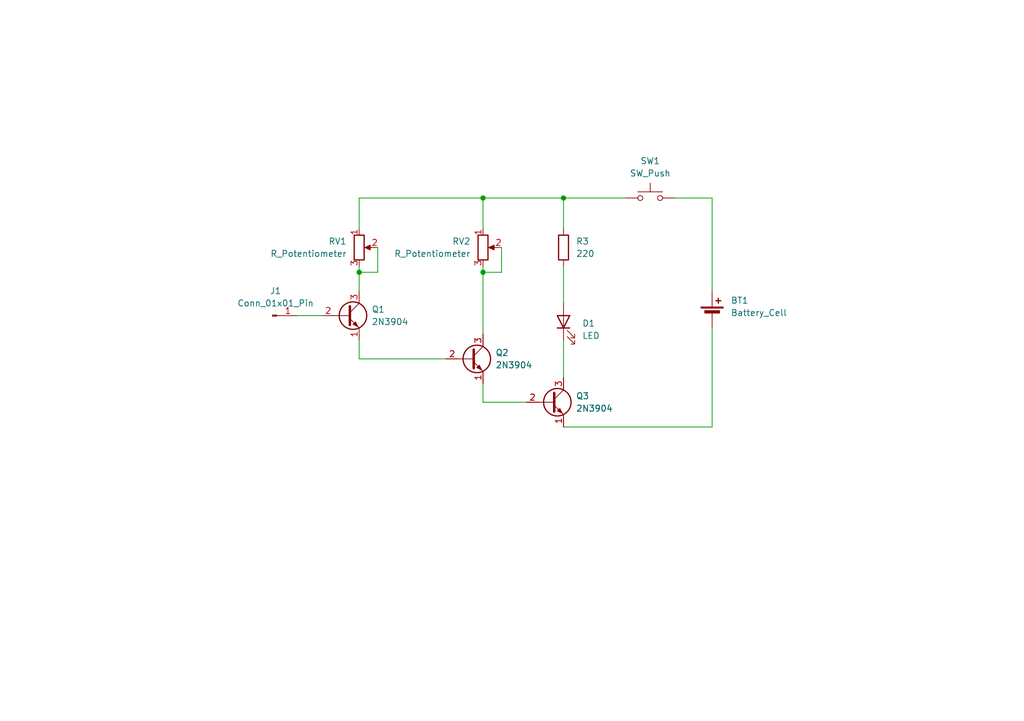
<source format=kicad_sch>
(kicad_sch (version 20250114) (generator "eeschema") (generator_version "9.0")
  (paper "A5")
  (lib_symbols
    (symbol "Connector:Conn_01x01_Pin" (pin_names (offset 1.016) (hide yes))
      (property "Reference" "J" (at 0 2.54 0))
      (property "Value" "Conn_01x01_Pin" (at 0 -2.54 0))
      (symbol "Conn_01x01_Pin_1_1"
        (rectangle (start 0.8636 0.127) (end 0 -0.127) (stroke (width 0.1524)) (fill (type outline)))
        (polyline (pts (xy 1.27 0) (xy 0.8636 0)) (stroke (width 0.1524)))
        (pin passive line (at 5.08 0 180) (length 3.81) (name "Pin_1") (number "1"))
      )
    )
    (symbol "Device:Battery_Cell" (pin_numbers (hide yes)) (pin_names (offset 0) (hide yes))
      (property "Reference" "BT" (at 2.54 2.54 0))
      (property "Value" "Battery_Cell" (at 2.54 0 0))
      (symbol "Battery_Cell_0_1"
        (rectangle (start -2.286 1.778) (end 2.286 1.524) (fill (type outline)))
        (rectangle (start -1.524 1.016) (end 1.524 0.508) (fill (type outline)))
        (polyline (pts (xy 0 1.778) (xy 0 2.54)))
        (polyline (pts (xy 0 0.762) (xy 0 0)))
        (polyline (pts (xy 0.762 3.048) (xy 1.778 3.048)) (stroke (width 0.254)))
        (polyline (pts (xy 1.27 3.556) (xy 1.27 2.54)) (stroke (width 0.254)))
      )
      (symbol "Battery_Cell_1_1"
        (pin passive line (at 0 5.08 270) (length 2.54) (name "+") (number "1"))
        (pin passive line (at 0 -2.54 90) (length 2.54) (name "-") (number "2"))
      )
    )
    (symbol "Device:LED" (pin_numbers (hide yes)) (pin_names (offset 1.016) (hide yes))
      (property "Reference" "D" (at 0 2.54 0))
      (property "Value" "LED" (at 0 -2.54 0))
      (symbol "LED_0_1"
        (polyline (pts (xy -3.048 -0.762) (xy -4.572 -2.286) (xy -3.81 -2.286) (xy -4.572 -2.286) (xy -4.572 -1.524)))
        (polyline (pts (xy -1.778 -0.762) (xy -3.302 -2.286) (xy -2.54 -2.286) (xy -3.302 -2.286) (xy -3.302 -1.524)))
        (polyline (pts (xy -1.27 0) (xy 1.27 0)))
        (polyline (pts (xy -1.27 -1.27) (xy -1.27 1.27)) (stroke (width 0.254)))
        (polyline (pts (xy 1.27 -1.27) (xy 1.27 1.27) (xy -1.27 0) (xy 1.27 -1.27)) (stroke (width 0.254)))
      )
      (symbol "LED_1_1"
        (pin passive line (at -3.81 0 0) (length 2.54) (name "K") (number "1"))
        (pin passive line (at 3.81 0 180) (length 2.54) (name "A") (number "2"))
      )
    )
    (symbol "Device:R" (pin_numbers (hide yes)) (pin_names (offset 0))
      (property "Reference" "R" (at 2.032 0 90))
      (property "Value" "R" (at 0 0 90))
      (symbol "R_0_1"
        (rectangle (start -1.016 -2.54) (end 1.016 2.54) (stroke (width 0.254)))
      )
      (symbol "R_1_1"
        (pin passive line (at 0 3.81 270) (length 1.27) (name "~") (number "1"))
        (pin passive line (at 0 -3.81 90) (length 1.27) (name "~") (number "2"))
      )
    )
    (symbol "Device:R_Potentiometer" (pin_names (offset 1.016) (hide yes))
      (property "Reference" "RV" (at -4.445 0 90))
      (property "Value" "R_Potentiometer" (at -2.54 0 90))
      (symbol "R_Potentiometer_0_1"
        (rectangle (start 1.016 2.54) (end -1.016 -2.54) (stroke (width 0.254)))
        (polyline (pts (xy 1.143 0) (xy 2.286 0.508) (xy 2.286 -0.508) (xy 1.143 0)) (fill (type outline)))
        (polyline (pts (xy 2.54 0) (xy 1.524 0)))
      )
      (symbol "R_Potentiometer_1_1"
        (pin passive line (at 0 3.81 270) (length 1.27) (name "1") (number "1"))
        (pin passive line (at 0 -3.81 90) (length 1.27) (name "3") (number "3"))
        (pin passive line (at 3.81 0 180) (length 1.27) (name "2") (number "2"))
      )
    )
    (symbol "Switch:SW_Push" (pin_numbers (hide yes)) (pin_names (offset 1.016) (hide yes))
      (property "Reference" "SW" (at 1.27 2.54 0))
      (property "Value" "SW_Push" (at 0 -1.524 0))
      (symbol "SW_Push_0_1"
        (circle (center -2.032 0) (radius 0.508))
        (polyline (pts (xy 0 1.27) (xy 0 3.048)))
        (circle (center 2.032 0) (radius 0.508))
        (polyline (pts (xy 2.54 1.27) (xy -2.54 1.27)))
        (pin passive line (at -5.08 0 0) (length 2.54) (name "1") (number "1"))
        (pin passive line (at 5.08 0 180) (length 2.54) (name "2") (number "2"))
      )
    )
    (symbol "Transistor_BJT:2N3904" (pin_names (offset 0) (hide yes))
      (property "Reference" "Q" (at 5.08 1.905 0))
      (property "Value" "2N3904" (at 5.08 0 0))
      (symbol "2N3904_0_1"
        (polyline (pts (xy -2.54 0) (xy 0.635 0)))
        (polyline (pts (xy 0.635 1.905) (xy 0.635 -1.905)) (stroke (width 0.508)))
        (circle (center 1.27 0) (radius 2.8194) (stroke (width 0.254)))
      )
      (symbol "2N3904_1_1"
        (polyline (pts (xy 0.635 0.635) (xy 2.54 2.54)))
        (polyline (pts (xy 0.635 -0.635) (xy 2.54 -2.54)))
        (polyline (pts (xy 1.27 -1.778) (xy 1.778 -1.27) (xy 2.286 -2.286) (xy 1.27 -1.778)) (fill (type outline)))
        (pin input line (at -5.08 0 0) (length 2.54) (name "B") (number "2"))
        (pin passive line (at 2.54 5.08 270) (length 2.54) (name "C") (number "3"))
        (pin passive line (at 2.54 -5.08 90) (length 2.54) (name "E") (number "1"))
      )
    )
  )
  (junction (at 115.57 40.64))
  (junction (at 99.06 40.64))
  (junction (at 73.66 55.88))
  (junction (at 99.06 55.88))
  (wire (pts (xy 60.96 64.77) (xy 66.04 64.77)))
  (wire (pts (xy 99.06 54.61) (xy 99.06 55.88)))
  (wire (pts (xy 115.57 40.64) (xy 99.06 40.64)))
  (wire (pts (xy 77.47 50.8) (xy 77.47 55.88)))
  (wire (pts (xy 146.05 67.31) (xy 146.05 87.63)))
  (wire (pts (xy 128.27 40.64) (xy 115.57 40.64)))
  (wire (pts (xy 73.66 55.88) (xy 77.47 55.88)))
  (wire (pts (xy 99.06 55.88) (xy 102.87 55.88)))
  (wire (pts (xy 99.06 40.64) (xy 99.06 46.99)))
  (wire (pts (xy 115.57 40.64) (xy 115.57 46.99)))
  (wire (pts (xy 73.66 40.64) (xy 73.66 46.99)))
  (wire (pts (xy 73.66 69.85) (xy 73.66 73.66)))
  (wire (pts (xy 99.06 78.74) (xy 99.06 82.55)))
  (wire (pts (xy 73.66 55.88) (xy 73.66 59.69)))
  (wire (pts (xy 146.05 59.69) (xy 146.05 40.64)))
  (wire (pts (xy 73.66 73.66) (xy 91.44 73.66)))
  (wire (pts (xy 146.05 87.63) (xy 115.57 87.63)))
  (wire (pts (xy 73.66 54.61) (xy 73.66 55.88)))
  (wire (pts (xy 146.05 40.64) (xy 138.43 40.64)))
  (wire (pts (xy 99.06 55.88) (xy 99.06 68.58)))
  (wire (pts (xy 115.57 69.85) (xy 115.57 77.47)))
  (wire (pts (xy 99.06 40.64) (xy 73.66 40.64)))
  (wire (pts (xy 99.06 82.55) (xy 107.95 82.55)))
  (wire (pts (xy 102.87 50.8) (xy 102.87 55.88)))
  (wire (pts (xy 115.57 54.61) (xy 115.57 62.23)))
  (symbol (lib_id "Transistor_BJT:2N3904") (at 113.03 82.55 0) (unit 1)
    (property "Reference" "Q3" (at 118.11 81.2799 0) (effects (justify left)))
    (property "Value" "2N3904" (at 118.11 83.8199 0) (effects (justify left)))
    (property "Footprint" "Package_TO_SOT_THT:TO-92_HandSolder" (effects (hide yes)))
    (property "Datasheet" "https://www.onsemi.com/pub/Collateral/2N3903-D.PDF" (effects (hide yes)))
    (property "Description" "0.2A Ic, 40V Vce, Small Signal NPN Transistor, TO-92" (effects (hide yes)))
  )
  (symbol (lib_id "Device:Battery_Cell") (at 146.05 64.77 0) (unit 1)
    (property "Reference" "BT1" (at 149.86 61.6584 0) (effects (justify left)))
    (property "Value" "Battery_Cell" (at 149.86 64.1984 0) (effects (justify left)))
    (property "Footprint" "Battery:BatteryHolder_Keystone_3034_1x20mm" (effects (hide yes)))
    (property "Description" "Single-cell battery" (effects (hide yes)))
  )
  (symbol (lib_id "Device:R") (at 115.57 50.8 0) (unit 1)
    (property "Reference" "R3" (at 118.11 49.5299 0) (effects (justify left)))
    (property "Value" "220" (at 118.11 52.0699 0) (effects (justify left)))
    (property "Footprint" "Resistor_THT:R_Axial_DIN0207_L6.3mm_D2.5mm_P7.62mm_Horizontal" (effects (hide yes)))
    (property "Description" "Resistor" (effects (hide yes)))
  )
  (symbol (lib_id "Connector:Conn_01x01_Pin") (at 55.88 64.77 0) (unit 1)
    (property "Reference" "J1" (at 56.515 59.69 0))
    (property "Value" "Conn_01x01_Pin" (at 56.515 62.23 0))
    (property "Footprint" "Connector_PinHeader_2.54mm:PinHeader_1x01_P2.54mm_Vertical" (effects (hide yes)))
    (property "Description" "Generic connector, single row, 01x01, script generated" (effects (hide yes)))
  )
  (symbol (lib_id "Device:R_Potentiometer") (at 73.66 50.8 0) (unit 1)
    (property "Reference" "RV1" (at 71.12 49.5299 0) (effects (justify right)))
    (property "Value" "R_Potentiometer" (at 71.12 52.0699 0) (effects (justify right)))
    (property "Footprint" "Potentiometer_THT:Potentiometer_Vishay_T73YP_Vertical" (effects (hide yes)))
    (property "Description" "Potentiometer" (effects (hide yes)))
  )
  (symbol (lib_id "Transistor_BJT:2N3904") (at 96.52 73.66 0) (unit 1)
    (property "Reference" "Q2" (at 101.6 72.3899 0) (effects (justify left)))
    (property "Value" "2N3904" (at 101.6 74.9299 0) (effects (justify left)))
    (property "Footprint" "Package_TO_SOT_THT:TO-92_HandSolder" (effects (hide yes)))
    (property "Datasheet" "https://www.onsemi.com/pub/Collateral/2N3903-D.PDF" (effects (hide yes)))
    (property "Description" "0.2A Ic, 40V Vce, Small Signal NPN Transistor, TO-92" (effects (hide yes)))
  )
  (symbol (lib_id "Device:R_Potentiometer") (at 99.06 50.8 0) (unit 1)
    (property "Reference" "RV2" (at 96.52 49.5299 0) (effects (justify right)))
    (property "Value" "R_Potentiometer" (at 96.52 52.0699 0) (effects (justify right)))
    (property "Footprint" "Potentiometer_THT:Potentiometer_Vishay_T73YP_Vertical" (effects (hide yes)))
    (property "Description" "Potentiometer" (effects (hide yes)))
  )
  (symbol (lib_id "Transistor_BJT:2N3904") (at 71.12 64.77 0) (unit 1)
    (property "Reference" "Q1" (at 76.2 63.4999 0) (effects (justify left)))
    (property "Value" "2N3904" (at 76.2 66.0399 0) (effects (justify left)))
    (property "Footprint" "Package_TO_SOT_THT:TO-92_HandSolder" (effects (hide yes)))
    (property "Datasheet" "https://www.onsemi.com/pub/Collateral/2N3903-D.PDF" (effects (hide yes)))
    (property "Description" "0.2A Ic, 40V Vce, Small Signal NPN Transistor, TO-92" (effects (hide yes)))
  )
  (symbol (lib_id "Switch:SW_Push") (at 133.35 40.64 0) (unit 1)
    (property "Reference" "SW1" (at 133.35 33.02 0))
    (property "Value" "SW_Push" (at 133.35 35.56 0))
    (property "Footprint" "Button_Switch_THT:SW_PUSH_6mm" (effects (hide yes)))
    (property "Description" "Push button switch, generic, two pins" (effects (hide yes)))
  )
  (symbol (lib_id "Device:LED") (at 115.57 66.04 90) (unit 1)
    (property "Reference" "D1" (at 119.38 66.3574 90) (effects (justify right)))
    (property "Value" "LED" (at 119.38 68.8974 90) (effects (justify right)))
    (property "Footprint" "LED_THT:LED_D5.0mm" (effects (hide yes)))
    (property "Description" "Light emitting diode" (effects (hide yes)))
    (property "Sim.Pins" "1=K 2=A" (effects (hide yes)))
  )
)
</source>
